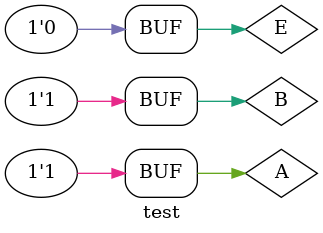
<source format=v>
`timescale 1ns / 1ps


module test;

	// Inputs
	reg A;
	reg B;
	reg E;

	// Outputs
	wire [0:3] D;

	// Instantiate the Unit Under Test (UUT)
	decoder_2x4 uut (
		.D(D), 
		.A(A), 
		.B(B), 
		.E(E)
	);

	initial begin
		// Initialize Inputs
		A = 0;
		B = 0;
		E = 1;

		// Wait 100 ns for global reset to finish
		#100;
		
		A = 0;
		B = 1;
		E = 1;

		// Wait 100 ns for global reset to finish
		#100;

		A = 1;
		B = 0;
		E = 1;

		// Wait 100 ns for global reset to finish
		#100;

		A = 1;
		B = 1;
		E = 1;

		// Wait 100 ns for global reset to finish
		#100;

		A = 0;
		B = 0;
		E = 0;

		// Wait 100 ns for global reset to finish
		#100;

		A = 0;
		B = 1;
		E = 0;

		// Wait 100 ns for global reset to finish
		#100;

		A = 1;
		B = 0;
		E = 0;

		// Wait 100 ns for global reset to finish
		#100;

		A = 1;
		B = 1;
		E = 0;

		// Wait 100 ns for global reset to finish
		#100;
        
		// Add stimulus here

	end
      
endmodule


</source>
